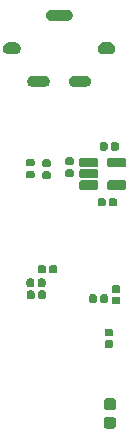
<source format=gbr>
%TF.GenerationSoftware,KiCad,Pcbnew,9.0.2*%
%TF.CreationDate,2026-02-12T21:33:36-08:00*%
%TF.ProjectId,RP2040_minimal_r2,52503230-3430-45f6-9d69-6e696d616c5f,REV2*%
%TF.SameCoordinates,Original*%
%TF.FileFunction,Soldermask,Bot*%
%TF.FilePolarity,Negative*%
%FSLAX46Y46*%
G04 Gerber Fmt 4.6, Leading zero omitted, Abs format (unit mm)*
G04 Created by KiCad (PCBNEW 9.0.2) date 2026-02-12 21:33:36*
%MOMM*%
%LPD*%
G01*
G04 APERTURE LIST*
G04 APERTURE END LIST*
G36*
X3496228Y5386256D02*
G01*
X3510778Y5379472D01*
X3531501Y5375349D01*
X3558952Y5357007D01*
X3583360Y5345625D01*
X3598208Y5330777D01*
X3620729Y5315729D01*
X3635776Y5293209D01*
X3650624Y5278361D01*
X3662004Y5253956D01*
X3680349Y5226501D01*
X3684470Y5205778D01*
X3691255Y5191229D01*
X3695999Y5155188D01*
X3695999Y5147819D01*
X3695999Y5147818D01*
X3696000Y4657181D01*
X3695999Y4657176D01*
X3695999Y4649813D01*
X3691255Y4613772D01*
X3684471Y4599226D01*
X3680349Y4578499D01*
X3662003Y4551043D01*
X3650624Y4526640D01*
X3635778Y4511795D01*
X3620729Y4489271D01*
X3598205Y4474222D01*
X3583360Y4459376D01*
X3558957Y4447997D01*
X3531501Y4429651D01*
X3510775Y4425529D01*
X3496228Y4418745D01*
X3460187Y4414001D01*
X3452818Y4414001D01*
X2887181Y4414000D01*
X2887176Y4414001D01*
X2879812Y4414001D01*
X2843771Y4418745D01*
X2829223Y4425529D01*
X2808499Y4429651D01*
X2781044Y4447996D01*
X2756639Y4459376D01*
X2741791Y4474224D01*
X2719271Y4489271D01*
X2704223Y4511792D01*
X2689375Y4526640D01*
X2677993Y4551048D01*
X2659651Y4578499D01*
X2655529Y4599221D01*
X2648744Y4613772D01*
X2644000Y4649813D01*
X2644000Y5155188D01*
X2648744Y5191229D01*
X2655529Y5205780D01*
X2659651Y5226501D01*
X2677991Y5253951D01*
X2689375Y5278361D01*
X2704225Y5293212D01*
X2719271Y5315729D01*
X2741788Y5330775D01*
X2756639Y5345625D01*
X2781049Y5357009D01*
X2808499Y5375349D01*
X2829219Y5379471D01*
X2843771Y5386256D01*
X2879812Y5391000D01*
X3460187Y5391000D01*
X3496228Y5386256D01*
G37*
G36*
X3496228Y6961256D02*
G01*
X3510778Y6954472D01*
X3531501Y6950349D01*
X3558952Y6932007D01*
X3583360Y6920625D01*
X3598208Y6905777D01*
X3620729Y6890729D01*
X3635776Y6868209D01*
X3650624Y6853361D01*
X3662004Y6828956D01*
X3680349Y6801501D01*
X3684470Y6780778D01*
X3691255Y6766229D01*
X3695999Y6730188D01*
X3695999Y6722819D01*
X3695999Y6722818D01*
X3696000Y6232181D01*
X3695999Y6232176D01*
X3695999Y6224813D01*
X3691255Y6188772D01*
X3684471Y6174226D01*
X3680349Y6153499D01*
X3662003Y6126043D01*
X3650624Y6101640D01*
X3635778Y6086795D01*
X3620729Y6064271D01*
X3598205Y6049222D01*
X3583360Y6034376D01*
X3558957Y6022997D01*
X3531501Y6004651D01*
X3510775Y6000529D01*
X3496228Y5993745D01*
X3460187Y5989001D01*
X3452818Y5989001D01*
X2887181Y5989000D01*
X2887176Y5989001D01*
X2879812Y5989001D01*
X2843771Y5993745D01*
X2829223Y6000529D01*
X2808499Y6004651D01*
X2781044Y6022996D01*
X2756639Y6034376D01*
X2741791Y6049224D01*
X2719271Y6064271D01*
X2704223Y6086792D01*
X2689375Y6101640D01*
X2677993Y6126048D01*
X2659651Y6153499D01*
X2655529Y6174221D01*
X2648744Y6188772D01*
X2644000Y6224813D01*
X2644000Y6730188D01*
X2648744Y6766229D01*
X2655529Y6780780D01*
X2659651Y6801501D01*
X2677991Y6828951D01*
X2689375Y6853361D01*
X2704225Y6868212D01*
X2719271Y6890729D01*
X2741788Y6905775D01*
X2756639Y6920625D01*
X2781049Y6932009D01*
X2808499Y6950349D01*
X2829219Y6954471D01*
X2843771Y6961256D01*
X2879812Y6966000D01*
X3460187Y6966000D01*
X3496228Y6961256D01*
G37*
G36*
X3325593Y11903623D02*
G01*
X3387557Y11862219D01*
X3428961Y11800255D01*
X3443500Y11727162D01*
X3443500Y11447162D01*
X3428961Y11374069D01*
X3387557Y11312105D01*
X3325593Y11270701D01*
X3252500Y11256162D01*
X2912500Y11256162D01*
X2839407Y11270701D01*
X2777443Y11312105D01*
X2736039Y11374069D01*
X2721500Y11447162D01*
X2721500Y11727162D01*
X2736039Y11800255D01*
X2777443Y11862219D01*
X2839407Y11903623D01*
X2912500Y11918162D01*
X3252500Y11918162D01*
X3325593Y11903623D01*
G37*
G36*
X3325593Y12863623D02*
G01*
X3387557Y12822219D01*
X3428961Y12760255D01*
X3443500Y12687162D01*
X3443500Y12407162D01*
X3428961Y12334069D01*
X3387557Y12272105D01*
X3325593Y12230701D01*
X3252500Y12216162D01*
X2912500Y12216162D01*
X2839407Y12230701D01*
X2777443Y12272105D01*
X2736039Y12334069D01*
X2721500Y12407162D01*
X2721500Y12687162D01*
X2736039Y12760255D01*
X2777443Y12822219D01*
X2839407Y12863623D01*
X2912500Y12878162D01*
X3252500Y12878162D01*
X3325593Y12863623D01*
G37*
G36*
X3935593Y15573623D02*
G01*
X3997557Y15532219D01*
X4038961Y15470255D01*
X4053500Y15397162D01*
X4053500Y15117162D01*
X4038961Y15044069D01*
X3997557Y14982105D01*
X3935593Y14940701D01*
X3862500Y14926162D01*
X3522500Y14926162D01*
X3449407Y14940701D01*
X3387443Y14982105D01*
X3346039Y15044069D01*
X3331500Y15117162D01*
X3331500Y15397162D01*
X3346039Y15470255D01*
X3387443Y15532219D01*
X3449407Y15573623D01*
X3522500Y15588162D01*
X3862500Y15588162D01*
X3935593Y15573623D01*
G37*
G36*
X1945593Y15773623D02*
G01*
X2007557Y15732219D01*
X2048961Y15670255D01*
X2063500Y15597162D01*
X2063500Y15257162D01*
X2048961Y15184069D01*
X2007557Y15122105D01*
X1945593Y15080701D01*
X1872500Y15066162D01*
X1592500Y15066162D01*
X1519407Y15080701D01*
X1457443Y15122105D01*
X1416039Y15184069D01*
X1401500Y15257162D01*
X1401500Y15597162D01*
X1416039Y15670255D01*
X1457443Y15732219D01*
X1519407Y15773623D01*
X1592500Y15788162D01*
X1872500Y15788162D01*
X1945593Y15773623D01*
G37*
G36*
X2905593Y15773623D02*
G01*
X2967557Y15732219D01*
X3008961Y15670255D01*
X3023500Y15597162D01*
X3023500Y15257162D01*
X3008961Y15184069D01*
X2967557Y15122105D01*
X2905593Y15080701D01*
X2832500Y15066162D01*
X2552500Y15066162D01*
X2479407Y15080701D01*
X2417443Y15122105D01*
X2376039Y15184069D01*
X2361500Y15257162D01*
X2361500Y15597162D01*
X2376039Y15670255D01*
X2417443Y15732219D01*
X2479407Y15773623D01*
X2552500Y15788162D01*
X2832500Y15788162D01*
X2905593Y15773623D01*
G37*
G36*
X-3326907Y16086461D02*
G01*
X-3264943Y16045057D01*
X-3223539Y15983093D01*
X-3209000Y15910000D01*
X-3209000Y15570000D01*
X-3223539Y15496907D01*
X-3264943Y15434943D01*
X-3326907Y15393539D01*
X-3400000Y15379000D01*
X-3680000Y15379000D01*
X-3753093Y15393539D01*
X-3815057Y15434943D01*
X-3856461Y15496907D01*
X-3871000Y15570000D01*
X-3871000Y15910000D01*
X-3856461Y15983093D01*
X-3815057Y16045057D01*
X-3753093Y16086461D01*
X-3680000Y16101000D01*
X-3400000Y16101000D01*
X-3326907Y16086461D01*
G37*
G36*
X-2366907Y16086461D02*
G01*
X-2304943Y16045057D01*
X-2263539Y15983093D01*
X-2249000Y15910000D01*
X-2249000Y15570000D01*
X-2263539Y15496907D01*
X-2304943Y15434943D01*
X-2366907Y15393539D01*
X-2440000Y15379000D01*
X-2720000Y15379000D01*
X-2793093Y15393539D01*
X-2855057Y15434943D01*
X-2896461Y15496907D01*
X-2911000Y15570000D01*
X-2911000Y15910000D01*
X-2896461Y15983093D01*
X-2855057Y16045057D01*
X-2793093Y16086461D01*
X-2720000Y16101000D01*
X-2440000Y16101000D01*
X-2366907Y16086461D01*
G37*
G36*
X3935593Y16533623D02*
G01*
X3997557Y16492219D01*
X4038961Y16430255D01*
X4053500Y16357162D01*
X4053500Y16077162D01*
X4038961Y16004069D01*
X3997557Y15942105D01*
X3935593Y15900701D01*
X3862500Y15886162D01*
X3522500Y15886162D01*
X3449407Y15900701D01*
X3387443Y15942105D01*
X3346039Y16004069D01*
X3331500Y16077162D01*
X3331500Y16357162D01*
X3346039Y16430255D01*
X3387443Y16492219D01*
X3449407Y16533623D01*
X3522500Y16548162D01*
X3862500Y16548162D01*
X3935593Y16533623D01*
G37*
G36*
X-3354407Y17113623D02*
G01*
X-3292443Y17072219D01*
X-3251039Y17010255D01*
X-3236500Y16937162D01*
X-3236500Y16597162D01*
X-3251039Y16524069D01*
X-3292443Y16462105D01*
X-3354407Y16420701D01*
X-3427500Y16406162D01*
X-3707500Y16406162D01*
X-3780593Y16420701D01*
X-3842557Y16462105D01*
X-3883961Y16524069D01*
X-3898500Y16597162D01*
X-3898500Y16937162D01*
X-3883961Y17010255D01*
X-3842557Y17072219D01*
X-3780593Y17113623D01*
X-3707500Y17128162D01*
X-3427500Y17128162D01*
X-3354407Y17113623D01*
G37*
G36*
X-2394407Y17113623D02*
G01*
X-2332443Y17072219D01*
X-2291039Y17010255D01*
X-2276500Y16937162D01*
X-2276500Y16597162D01*
X-2291039Y16524069D01*
X-2332443Y16462105D01*
X-2394407Y16420701D01*
X-2467500Y16406162D01*
X-2747500Y16406162D01*
X-2820593Y16420701D01*
X-2882557Y16462105D01*
X-2923961Y16524069D01*
X-2938500Y16597162D01*
X-2938500Y16937162D01*
X-2923961Y17010255D01*
X-2882557Y17072219D01*
X-2820593Y17113623D01*
X-2747500Y17128162D01*
X-2467500Y17128162D01*
X-2394407Y17113623D01*
G37*
G36*
X-2374407Y18253623D02*
G01*
X-2312443Y18212219D01*
X-2271039Y18150255D01*
X-2256500Y18077162D01*
X-2256500Y17737162D01*
X-2271039Y17664069D01*
X-2312443Y17602105D01*
X-2374407Y17560701D01*
X-2447500Y17546162D01*
X-2727500Y17546162D01*
X-2800593Y17560701D01*
X-2862557Y17602105D01*
X-2903961Y17664069D01*
X-2918500Y17737162D01*
X-2918500Y18077162D01*
X-2903961Y18150255D01*
X-2862557Y18212219D01*
X-2800593Y18253623D01*
X-2727500Y18268162D01*
X-2447500Y18268162D01*
X-2374407Y18253623D01*
G37*
G36*
X-1414407Y18253623D02*
G01*
X-1352443Y18212219D01*
X-1311039Y18150255D01*
X-1296500Y18077162D01*
X-1296500Y17737162D01*
X-1311039Y17664069D01*
X-1352443Y17602105D01*
X-1414407Y17560701D01*
X-1487500Y17546162D01*
X-1767500Y17546162D01*
X-1840593Y17560701D01*
X-1902557Y17602105D01*
X-1943961Y17664069D01*
X-1958500Y17737162D01*
X-1958500Y18077162D01*
X-1943961Y18150255D01*
X-1902557Y18212219D01*
X-1840593Y18253623D01*
X-1767500Y18268162D01*
X-1487500Y18268162D01*
X-1414407Y18253623D01*
G37*
G36*
X2683093Y23926461D02*
G01*
X2745057Y23885057D01*
X2786461Y23823093D01*
X2801000Y23750000D01*
X2801000Y23410000D01*
X2786461Y23336907D01*
X2745057Y23274943D01*
X2683093Y23233539D01*
X2610000Y23219000D01*
X2330000Y23219000D01*
X2256907Y23233539D01*
X2194943Y23274943D01*
X2153539Y23336907D01*
X2139000Y23410000D01*
X2139000Y23750000D01*
X2153539Y23823093D01*
X2194943Y23885057D01*
X2256907Y23926461D01*
X2330000Y23941000D01*
X2610000Y23941000D01*
X2683093Y23926461D01*
G37*
G36*
X3643093Y23926461D02*
G01*
X3705057Y23885057D01*
X3746461Y23823093D01*
X3761000Y23750000D01*
X3761000Y23410000D01*
X3746461Y23336907D01*
X3705057Y23274943D01*
X3643093Y23233539D01*
X3570000Y23219000D01*
X3290000Y23219000D01*
X3216907Y23233539D01*
X3154943Y23274943D01*
X3113539Y23336907D01*
X3099000Y23410000D01*
X3099000Y23750000D01*
X3113539Y23823093D01*
X3154943Y23885057D01*
X3216907Y23926461D01*
X3290000Y23941000D01*
X3570000Y23941000D01*
X3643093Y23926461D01*
G37*
G36*
X2061254Y25430810D02*
G01*
X2108945Y25398945D01*
X2140810Y25351254D01*
X2152000Y25295000D01*
X2152000Y24785000D01*
X2140810Y24728746D01*
X2108945Y24681055D01*
X2061254Y24649190D01*
X2005000Y24638000D01*
X745000Y24638000D01*
X688746Y24649190D01*
X641055Y24681055D01*
X609190Y24728746D01*
X598000Y24785000D01*
X598000Y25295000D01*
X609190Y25351254D01*
X641055Y25398945D01*
X688746Y25430810D01*
X745000Y25442000D01*
X2005000Y25442000D01*
X2061254Y25430810D01*
G37*
G36*
X4431254Y25430810D02*
G01*
X4478945Y25398945D01*
X4510810Y25351254D01*
X4522000Y25295000D01*
X4522000Y24785000D01*
X4510810Y24728746D01*
X4478945Y24681055D01*
X4431254Y24649190D01*
X4375000Y24638000D01*
X3115000Y24638000D01*
X3058746Y24649190D01*
X3011055Y24681055D01*
X2979190Y24728746D01*
X2968000Y24785000D01*
X2968000Y25295000D01*
X2979190Y25351254D01*
X3011055Y25398945D01*
X3058746Y25430810D01*
X3115000Y25442000D01*
X4375000Y25442000D01*
X4431254Y25430810D01*
G37*
G36*
X-1923821Y26166842D02*
G01*
X-1863478Y26126522D01*
X-1823158Y26066179D01*
X-1809000Y25995000D01*
X-1809000Y25725000D01*
X-1823158Y25653821D01*
X-1863478Y25593478D01*
X-1923821Y25553158D01*
X-1995000Y25539000D01*
X-2365000Y25539000D01*
X-2436179Y25553158D01*
X-2496522Y25593478D01*
X-2536842Y25653821D01*
X-2551000Y25725000D01*
X-2551000Y25995000D01*
X-2536842Y26066179D01*
X-2496522Y26126522D01*
X-2436179Y26166842D01*
X-2365000Y26181000D01*
X-1995000Y26181000D01*
X-1923821Y26166842D01*
G37*
G36*
X2061254Y26380810D02*
G01*
X2108945Y26348945D01*
X2140810Y26301254D01*
X2152000Y26245000D01*
X2152000Y25735000D01*
X2140810Y25678746D01*
X2108945Y25631055D01*
X2061254Y25599190D01*
X2005000Y25588000D01*
X745000Y25588000D01*
X688746Y25599190D01*
X641055Y25631055D01*
X609190Y25678746D01*
X598000Y25735000D01*
X598000Y26245000D01*
X609190Y26301254D01*
X641055Y26348945D01*
X688746Y26380810D01*
X745000Y26392000D01*
X2005000Y26392000D01*
X2061254Y26380810D01*
G37*
G36*
X-3313821Y26216842D02*
G01*
X-3253478Y26176522D01*
X-3213158Y26116179D01*
X-3199000Y26045000D01*
X-3199000Y25775000D01*
X-3213158Y25703821D01*
X-3253478Y25643478D01*
X-3313821Y25603158D01*
X-3385000Y25589000D01*
X-3755000Y25589000D01*
X-3826179Y25603158D01*
X-3886522Y25643478D01*
X-3926842Y25703821D01*
X-3941000Y25775000D01*
X-3941000Y26045000D01*
X-3926842Y26116179D01*
X-3886522Y26176522D01*
X-3826179Y26216842D01*
X-3755000Y26231000D01*
X-3385000Y26231000D01*
X-3313821Y26216842D01*
G37*
G36*
X-3821Y26336842D02*
G01*
X56522Y26296522D01*
X96842Y26236179D01*
X111000Y26165000D01*
X111000Y25895000D01*
X96842Y25823821D01*
X56522Y25763478D01*
X-3821Y25723158D01*
X-75000Y25709000D01*
X-445000Y25709000D01*
X-516179Y25723158D01*
X-576522Y25763478D01*
X-616842Y25823821D01*
X-631000Y25895000D01*
X-631000Y26165000D01*
X-616842Y26236179D01*
X-576522Y26296522D01*
X-516179Y26336842D01*
X-445000Y26351000D01*
X-75000Y26351000D01*
X-3821Y26336842D01*
G37*
G36*
X2061254Y27330810D02*
G01*
X2108945Y27298945D01*
X2140810Y27251254D01*
X2152000Y27195000D01*
X2152000Y26685000D01*
X2140810Y26628746D01*
X2108945Y26581055D01*
X2061254Y26549190D01*
X2005000Y26538000D01*
X745000Y26538000D01*
X688746Y26549190D01*
X641055Y26581055D01*
X609190Y26628746D01*
X598000Y26685000D01*
X598000Y27195000D01*
X609190Y27251254D01*
X641055Y27298945D01*
X688746Y27330810D01*
X745000Y27342000D01*
X2005000Y27342000D01*
X2061254Y27330810D01*
G37*
G36*
X4431254Y27330810D02*
G01*
X4478945Y27298945D01*
X4510810Y27251254D01*
X4522000Y27195000D01*
X4522000Y26685000D01*
X4510810Y26628746D01*
X4478945Y26581055D01*
X4431254Y26549190D01*
X4375000Y26538000D01*
X3115000Y26538000D01*
X3058746Y26549190D01*
X3011055Y26581055D01*
X2979190Y26628746D01*
X2968000Y26685000D01*
X2968000Y27195000D01*
X2979190Y27251254D01*
X3011055Y27298945D01*
X3058746Y27330810D01*
X3115000Y27342000D01*
X4375000Y27342000D01*
X4431254Y27330810D01*
G37*
G36*
X-1923821Y27186842D02*
G01*
X-1863478Y27146522D01*
X-1823158Y27086179D01*
X-1809000Y27015000D01*
X-1809000Y26745000D01*
X-1823158Y26673821D01*
X-1863478Y26613478D01*
X-1923821Y26573158D01*
X-1995000Y26559000D01*
X-2365000Y26559000D01*
X-2436179Y26573158D01*
X-2496522Y26613478D01*
X-2536842Y26673821D01*
X-2551000Y26745000D01*
X-2551000Y27015000D01*
X-2536842Y27086179D01*
X-2496522Y27146522D01*
X-2436179Y27186842D01*
X-2365000Y27201000D01*
X-1995000Y27201000D01*
X-1923821Y27186842D01*
G37*
G36*
X-3313821Y27236842D02*
G01*
X-3253478Y27196522D01*
X-3213158Y27136179D01*
X-3199000Y27065000D01*
X-3199000Y26795000D01*
X-3213158Y26723821D01*
X-3253478Y26663478D01*
X-3313821Y26623158D01*
X-3385000Y26609000D01*
X-3755000Y26609000D01*
X-3826179Y26623158D01*
X-3886522Y26663478D01*
X-3926842Y26723821D01*
X-3941000Y26795000D01*
X-3941000Y27065000D01*
X-3926842Y27136179D01*
X-3886522Y27196522D01*
X-3826179Y27236842D01*
X-3755000Y27251000D01*
X-3385000Y27251000D01*
X-3313821Y27236842D01*
G37*
G36*
X-3821Y27356842D02*
G01*
X56522Y27316522D01*
X96842Y27256179D01*
X111000Y27185000D01*
X111000Y26915000D01*
X96842Y26843821D01*
X56522Y26783478D01*
X-3821Y26743158D01*
X-75000Y26729000D01*
X-445000Y26729000D01*
X-516179Y26743158D01*
X-576522Y26783478D01*
X-616842Y26843821D01*
X-631000Y26915000D01*
X-631000Y27185000D01*
X-616842Y27256179D01*
X-576522Y27316522D01*
X-516179Y27356842D01*
X-445000Y27371000D01*
X-75000Y27371000D01*
X-3821Y27356842D01*
G37*
G36*
X2853093Y28656461D02*
G01*
X2915057Y28615057D01*
X2956461Y28553093D01*
X2971000Y28480000D01*
X2971000Y28140000D01*
X2956461Y28066907D01*
X2915057Y28004943D01*
X2853093Y27963539D01*
X2780000Y27949000D01*
X2500000Y27949000D01*
X2426907Y27963539D01*
X2364943Y28004943D01*
X2323539Y28066907D01*
X2309000Y28140000D01*
X2309000Y28480000D01*
X2323539Y28553093D01*
X2364943Y28615057D01*
X2426907Y28656461D01*
X2500000Y28671000D01*
X2780000Y28671000D01*
X2853093Y28656461D01*
G37*
G36*
X3813093Y28656461D02*
G01*
X3875057Y28615057D01*
X3916461Y28553093D01*
X3931000Y28480000D01*
X3931000Y28140000D01*
X3916461Y28066907D01*
X3875057Y28004943D01*
X3813093Y27963539D01*
X3740000Y27949000D01*
X3460000Y27949000D01*
X3386907Y27963539D01*
X3324943Y28004943D01*
X3283539Y28066907D01*
X3269000Y28140000D01*
X3269000Y28480000D01*
X3283539Y28553093D01*
X3324943Y28615057D01*
X3386907Y28656461D01*
X3460000Y28671000D01*
X3740000Y28671000D01*
X3813093Y28656461D01*
G37*
G36*
X-2272390Y34250755D02*
G01*
X-2195918Y34230265D01*
X-2093080Y34170891D01*
X-2009110Y34086921D01*
X-1949736Y33984083D01*
X-1949736Y33984081D01*
X-1949735Y33984080D01*
X-1919000Y33869375D01*
X-1919000Y33750625D01*
X-1949735Y33635920D01*
X-2009110Y33533079D01*
X-2093079Y33449110D01*
X-2195920Y33389735D01*
X-2310625Y33359000D01*
X-2310626Y33359000D01*
X-3429374Y33359000D01*
X-3429375Y33359000D01*
X-3544080Y33389735D01*
X-3544081Y33389736D01*
X-3544083Y33389736D01*
X-3646921Y33449110D01*
X-3730891Y33533080D01*
X-3790265Y33635918D01*
X-3821000Y33750626D01*
X-3821000Y33869375D01*
X-3790265Y33984083D01*
X-3730891Y34086921D01*
X-3646921Y34170891D01*
X-3544083Y34230265D01*
X-3458052Y34253317D01*
X-3429375Y34261000D01*
X-2310625Y34261000D01*
X-2272390Y34250755D01*
G37*
G36*
X1227610Y34250755D02*
G01*
X1304082Y34230265D01*
X1406920Y34170891D01*
X1490890Y34086921D01*
X1550264Y33984083D01*
X1550264Y33984081D01*
X1550265Y33984080D01*
X1581000Y33869375D01*
X1581000Y33750625D01*
X1550265Y33635920D01*
X1490890Y33533079D01*
X1406921Y33449110D01*
X1304080Y33389735D01*
X1189375Y33359000D01*
X1189374Y33359000D01*
X70626Y33359000D01*
X70625Y33359000D01*
X-44080Y33389735D01*
X-44081Y33389736D01*
X-44083Y33389736D01*
X-146921Y33449110D01*
X-230891Y33533080D01*
X-290265Y33635918D01*
X-321000Y33750626D01*
X-321000Y33869375D01*
X-290265Y33984083D01*
X-230891Y34086921D01*
X-146921Y34170891D01*
X-44083Y34230265D01*
X41948Y34253317D01*
X70625Y34261000D01*
X1189375Y34261000D01*
X1227610Y34250755D01*
G37*
G36*
X-4676621Y37076858D02*
G01*
X-4562379Y37010900D01*
X-4469100Y36917621D01*
X-4403142Y36803379D01*
X-4369000Y36675958D01*
X-4369000Y36544042D01*
X-4403142Y36416621D01*
X-4469100Y36302379D01*
X-4562379Y36209100D01*
X-4676621Y36143142D01*
X-4804042Y36109000D01*
X-4804044Y36109000D01*
X-5435956Y36109000D01*
X-5435958Y36109000D01*
X-5563379Y36143142D01*
X-5677621Y36209100D01*
X-5770900Y36302379D01*
X-5836858Y36416621D01*
X-5871000Y36544042D01*
X-5871000Y36675958D01*
X-5836858Y36803379D01*
X-5836857Y36803381D01*
X-5770900Y36917622D01*
X-5677622Y37010900D01*
X-5563381Y37076857D01*
X-5563381Y37076858D01*
X-5563379Y37076858D01*
X-5435958Y37111000D01*
X-4804042Y37111000D01*
X-4676621Y37076858D01*
G37*
G36*
X3323379Y37076858D02*
G01*
X3437621Y37010900D01*
X3530900Y36917621D01*
X3596858Y36803379D01*
X3631000Y36675958D01*
X3631000Y36544042D01*
X3596858Y36416621D01*
X3530900Y36302379D01*
X3437621Y36209100D01*
X3323379Y36143142D01*
X3195958Y36109000D01*
X3195956Y36109000D01*
X2564044Y36109000D01*
X2564042Y36109000D01*
X2436621Y36143142D01*
X2322379Y36209100D01*
X2229100Y36302379D01*
X2163142Y36416621D01*
X2129000Y36544042D01*
X2129000Y36675958D01*
X2163142Y36803379D01*
X2163143Y36803381D01*
X2229100Y36917622D01*
X2322378Y37010900D01*
X2436619Y37076857D01*
X2436619Y37076858D01*
X2436621Y37076858D01*
X2564042Y37111000D01*
X3195958Y37111000D01*
X3323379Y37076858D01*
G37*
G36*
X-322390Y39850755D02*
G01*
X-245918Y39830265D01*
X-143080Y39770891D01*
X-59110Y39686921D01*
X264Y39584083D01*
X264Y39584081D01*
X265Y39584080D01*
X31000Y39469375D01*
X31000Y39350625D01*
X265Y39235920D01*
X-59110Y39133079D01*
X-143079Y39049110D01*
X-245920Y38989735D01*
X-360625Y38959000D01*
X-360626Y38959000D01*
X-1879374Y38959000D01*
X-1879375Y38959000D01*
X-1994080Y38989735D01*
X-1994081Y38989736D01*
X-1994083Y38989736D01*
X-2096921Y39049110D01*
X-2180891Y39133080D01*
X-2240265Y39235918D01*
X-2271000Y39350626D01*
X-2271000Y39469375D01*
X-2240265Y39584083D01*
X-2180891Y39686921D01*
X-2096921Y39770891D01*
X-1994083Y39830265D01*
X-1908052Y39853317D01*
X-1879375Y39861000D01*
X-360625Y39861000D01*
X-322390Y39850755D01*
G37*
M02*

</source>
